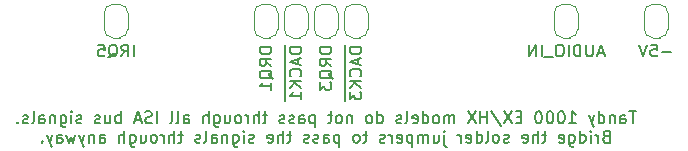
<source format=gbo>
%TF.GenerationSoftware,KiCad,Pcbnew,(5.1.9)-1*%
%TF.CreationDate,2021-05-05T16:30:24+08:00*%
%TF.ProjectId,ISAtoTandyPlus,49534174-6f54-4616-9e64-79506c75732e,rev?*%
%TF.SameCoordinates,Original*%
%TF.FileFunction,Legend,Bot*%
%TF.FilePolarity,Positive*%
%FSLAX46Y46*%
G04 Gerber Fmt 4.6, Leading zero omitted, Abs format (unit mm)*
G04 Created by KiCad (PCBNEW (5.1.9)-1) date 2021-05-05 16:30:24*
%MOMM*%
%LPD*%
G01*
G04 APERTURE LIST*
%ADD10C,0.150000*%
%ADD11C,0.120000*%
G04 APERTURE END LIST*
D10*
X163398095Y-130834380D02*
X162826666Y-130834380D01*
X163112380Y-131834380D02*
X163112380Y-130834380D01*
X162064761Y-131834380D02*
X162064761Y-131310571D01*
X162112380Y-131215333D01*
X162207619Y-131167714D01*
X162398095Y-131167714D01*
X162493333Y-131215333D01*
X162064761Y-131786761D02*
X162160000Y-131834380D01*
X162398095Y-131834380D01*
X162493333Y-131786761D01*
X162540952Y-131691523D01*
X162540952Y-131596285D01*
X162493333Y-131501047D01*
X162398095Y-131453428D01*
X162160000Y-131453428D01*
X162064761Y-131405809D01*
X161588571Y-131167714D02*
X161588571Y-131834380D01*
X161588571Y-131262952D02*
X161540952Y-131215333D01*
X161445714Y-131167714D01*
X161302857Y-131167714D01*
X161207619Y-131215333D01*
X161160000Y-131310571D01*
X161160000Y-131834380D01*
X160255238Y-131834380D02*
X160255238Y-130834380D01*
X160255238Y-131786761D02*
X160350476Y-131834380D01*
X160540952Y-131834380D01*
X160636190Y-131786761D01*
X160683809Y-131739142D01*
X160731428Y-131643904D01*
X160731428Y-131358190D01*
X160683809Y-131262952D01*
X160636190Y-131215333D01*
X160540952Y-131167714D01*
X160350476Y-131167714D01*
X160255238Y-131215333D01*
X159874285Y-131167714D02*
X159636190Y-131834380D01*
X159398095Y-131167714D02*
X159636190Y-131834380D01*
X159731428Y-132072476D01*
X159779047Y-132120095D01*
X159874285Y-132167714D01*
X157731428Y-131834380D02*
X158302857Y-131834380D01*
X158017142Y-131834380D02*
X158017142Y-130834380D01*
X158112380Y-130977238D01*
X158207619Y-131072476D01*
X158302857Y-131120095D01*
X157112380Y-130834380D02*
X157017142Y-130834380D01*
X156921904Y-130882000D01*
X156874285Y-130929619D01*
X156826666Y-131024857D01*
X156779047Y-131215333D01*
X156779047Y-131453428D01*
X156826666Y-131643904D01*
X156874285Y-131739142D01*
X156921904Y-131786761D01*
X157017142Y-131834380D01*
X157112380Y-131834380D01*
X157207619Y-131786761D01*
X157255238Y-131739142D01*
X157302857Y-131643904D01*
X157350476Y-131453428D01*
X157350476Y-131215333D01*
X157302857Y-131024857D01*
X157255238Y-130929619D01*
X157207619Y-130882000D01*
X157112380Y-130834380D01*
X156160000Y-130834380D02*
X156064761Y-130834380D01*
X155969523Y-130882000D01*
X155921904Y-130929619D01*
X155874285Y-131024857D01*
X155826666Y-131215333D01*
X155826666Y-131453428D01*
X155874285Y-131643904D01*
X155921904Y-131739142D01*
X155969523Y-131786761D01*
X156064761Y-131834380D01*
X156160000Y-131834380D01*
X156255238Y-131786761D01*
X156302857Y-131739142D01*
X156350476Y-131643904D01*
X156398095Y-131453428D01*
X156398095Y-131215333D01*
X156350476Y-131024857D01*
X156302857Y-130929619D01*
X156255238Y-130882000D01*
X156160000Y-130834380D01*
X155207619Y-130834380D02*
X155112380Y-130834380D01*
X155017142Y-130882000D01*
X154969523Y-130929619D01*
X154921904Y-131024857D01*
X154874285Y-131215333D01*
X154874285Y-131453428D01*
X154921904Y-131643904D01*
X154969523Y-131739142D01*
X155017142Y-131786761D01*
X155112380Y-131834380D01*
X155207619Y-131834380D01*
X155302857Y-131786761D01*
X155350476Y-131739142D01*
X155398095Y-131643904D01*
X155445714Y-131453428D01*
X155445714Y-131215333D01*
X155398095Y-131024857D01*
X155350476Y-130929619D01*
X155302857Y-130882000D01*
X155207619Y-130834380D01*
X153683809Y-131310571D02*
X153350476Y-131310571D01*
X153207619Y-131834380D02*
X153683809Y-131834380D01*
X153683809Y-130834380D01*
X153207619Y-130834380D01*
X152874285Y-130834380D02*
X152207619Y-131834380D01*
X152207619Y-130834380D02*
X152874285Y-131834380D01*
X151112380Y-130786761D02*
X151969523Y-132072476D01*
X150779047Y-131834380D02*
X150779047Y-130834380D01*
X150779047Y-131310571D02*
X150207619Y-131310571D01*
X150207619Y-131834380D02*
X150207619Y-130834380D01*
X149826666Y-130834380D02*
X149160000Y-131834380D01*
X149160000Y-130834380D02*
X149826666Y-131834380D01*
X148017142Y-131834380D02*
X148017142Y-131167714D01*
X148017142Y-131262952D02*
X147969523Y-131215333D01*
X147874285Y-131167714D01*
X147731428Y-131167714D01*
X147636190Y-131215333D01*
X147588571Y-131310571D01*
X147588571Y-131834380D01*
X147588571Y-131310571D02*
X147540952Y-131215333D01*
X147445714Y-131167714D01*
X147302857Y-131167714D01*
X147207619Y-131215333D01*
X147160000Y-131310571D01*
X147160000Y-131834380D01*
X146540952Y-131834380D02*
X146636190Y-131786761D01*
X146683809Y-131739142D01*
X146731428Y-131643904D01*
X146731428Y-131358190D01*
X146683809Y-131262952D01*
X146636190Y-131215333D01*
X146540952Y-131167714D01*
X146398095Y-131167714D01*
X146302857Y-131215333D01*
X146255238Y-131262952D01*
X146207619Y-131358190D01*
X146207619Y-131643904D01*
X146255238Y-131739142D01*
X146302857Y-131786761D01*
X146398095Y-131834380D01*
X146540952Y-131834380D01*
X145350476Y-131834380D02*
X145350476Y-130834380D01*
X145350476Y-131786761D02*
X145445714Y-131834380D01*
X145636190Y-131834380D01*
X145731428Y-131786761D01*
X145779047Y-131739142D01*
X145826666Y-131643904D01*
X145826666Y-131358190D01*
X145779047Y-131262952D01*
X145731428Y-131215333D01*
X145636190Y-131167714D01*
X145445714Y-131167714D01*
X145350476Y-131215333D01*
X144493333Y-131786761D02*
X144588571Y-131834380D01*
X144779047Y-131834380D01*
X144874285Y-131786761D01*
X144921904Y-131691523D01*
X144921904Y-131310571D01*
X144874285Y-131215333D01*
X144779047Y-131167714D01*
X144588571Y-131167714D01*
X144493333Y-131215333D01*
X144445714Y-131310571D01*
X144445714Y-131405809D01*
X144921904Y-131501047D01*
X143874285Y-131834380D02*
X143969523Y-131786761D01*
X144017142Y-131691523D01*
X144017142Y-130834380D01*
X143540952Y-131786761D02*
X143445714Y-131834380D01*
X143255238Y-131834380D01*
X143160000Y-131786761D01*
X143112380Y-131691523D01*
X143112380Y-131643904D01*
X143160000Y-131548666D01*
X143255238Y-131501047D01*
X143398095Y-131501047D01*
X143493333Y-131453428D01*
X143540952Y-131358190D01*
X143540952Y-131310571D01*
X143493333Y-131215333D01*
X143398095Y-131167714D01*
X143255238Y-131167714D01*
X143160000Y-131215333D01*
X141493333Y-131834380D02*
X141493333Y-130834380D01*
X141493333Y-131786761D02*
X141588571Y-131834380D01*
X141779047Y-131834380D01*
X141874285Y-131786761D01*
X141921904Y-131739142D01*
X141969523Y-131643904D01*
X141969523Y-131358190D01*
X141921904Y-131262952D01*
X141874285Y-131215333D01*
X141779047Y-131167714D01*
X141588571Y-131167714D01*
X141493333Y-131215333D01*
X140874285Y-131834380D02*
X140969523Y-131786761D01*
X141017142Y-131739142D01*
X141064761Y-131643904D01*
X141064761Y-131358190D01*
X141017142Y-131262952D01*
X140969523Y-131215333D01*
X140874285Y-131167714D01*
X140731428Y-131167714D01*
X140636190Y-131215333D01*
X140588571Y-131262952D01*
X140540952Y-131358190D01*
X140540952Y-131643904D01*
X140588571Y-131739142D01*
X140636190Y-131786761D01*
X140731428Y-131834380D01*
X140874285Y-131834380D01*
X139350476Y-131167714D02*
X139350476Y-131834380D01*
X139350476Y-131262952D02*
X139302857Y-131215333D01*
X139207619Y-131167714D01*
X139064761Y-131167714D01*
X138969523Y-131215333D01*
X138921904Y-131310571D01*
X138921904Y-131834380D01*
X138302857Y-131834380D02*
X138398095Y-131786761D01*
X138445714Y-131739142D01*
X138493333Y-131643904D01*
X138493333Y-131358190D01*
X138445714Y-131262952D01*
X138398095Y-131215333D01*
X138302857Y-131167714D01*
X138160000Y-131167714D01*
X138064761Y-131215333D01*
X138017142Y-131262952D01*
X137969523Y-131358190D01*
X137969523Y-131643904D01*
X138017142Y-131739142D01*
X138064761Y-131786761D01*
X138160000Y-131834380D01*
X138302857Y-131834380D01*
X137683809Y-131167714D02*
X137302857Y-131167714D01*
X137540952Y-130834380D02*
X137540952Y-131691523D01*
X137493333Y-131786761D01*
X137398095Y-131834380D01*
X137302857Y-131834380D01*
X136207619Y-131167714D02*
X136207619Y-132167714D01*
X136207619Y-131215333D02*
X136112380Y-131167714D01*
X135921904Y-131167714D01*
X135826666Y-131215333D01*
X135779047Y-131262952D01*
X135731428Y-131358190D01*
X135731428Y-131643904D01*
X135779047Y-131739142D01*
X135826666Y-131786761D01*
X135921904Y-131834380D01*
X136112380Y-131834380D01*
X136207619Y-131786761D01*
X134874285Y-131834380D02*
X134874285Y-131310571D01*
X134921904Y-131215333D01*
X135017142Y-131167714D01*
X135207619Y-131167714D01*
X135302857Y-131215333D01*
X134874285Y-131786761D02*
X134969523Y-131834380D01*
X135207619Y-131834380D01*
X135302857Y-131786761D01*
X135350476Y-131691523D01*
X135350476Y-131596285D01*
X135302857Y-131501047D01*
X135207619Y-131453428D01*
X134969523Y-131453428D01*
X134874285Y-131405809D01*
X134445714Y-131786761D02*
X134350476Y-131834380D01*
X134160000Y-131834380D01*
X134064761Y-131786761D01*
X134017142Y-131691523D01*
X134017142Y-131643904D01*
X134064761Y-131548666D01*
X134160000Y-131501047D01*
X134302857Y-131501047D01*
X134398095Y-131453428D01*
X134445714Y-131358190D01*
X134445714Y-131310571D01*
X134398095Y-131215333D01*
X134302857Y-131167714D01*
X134160000Y-131167714D01*
X134064761Y-131215333D01*
X133636190Y-131786761D02*
X133540952Y-131834380D01*
X133350476Y-131834380D01*
X133255238Y-131786761D01*
X133207619Y-131691523D01*
X133207619Y-131643904D01*
X133255238Y-131548666D01*
X133350476Y-131501047D01*
X133493333Y-131501047D01*
X133588571Y-131453428D01*
X133636190Y-131358190D01*
X133636190Y-131310571D01*
X133588571Y-131215333D01*
X133493333Y-131167714D01*
X133350476Y-131167714D01*
X133255238Y-131215333D01*
X132160000Y-131167714D02*
X131779047Y-131167714D01*
X132017142Y-130834380D02*
X132017142Y-131691523D01*
X131969523Y-131786761D01*
X131874285Y-131834380D01*
X131779047Y-131834380D01*
X131445714Y-131834380D02*
X131445714Y-130834380D01*
X131017142Y-131834380D02*
X131017142Y-131310571D01*
X131064761Y-131215333D01*
X131160000Y-131167714D01*
X131302857Y-131167714D01*
X131398095Y-131215333D01*
X131445714Y-131262952D01*
X130540952Y-131834380D02*
X130540952Y-131167714D01*
X130540952Y-131358190D02*
X130493333Y-131262952D01*
X130445714Y-131215333D01*
X130350476Y-131167714D01*
X130255238Y-131167714D01*
X129779047Y-131834380D02*
X129874285Y-131786761D01*
X129921904Y-131739142D01*
X129969523Y-131643904D01*
X129969523Y-131358190D01*
X129921904Y-131262952D01*
X129874285Y-131215333D01*
X129779047Y-131167714D01*
X129636190Y-131167714D01*
X129540952Y-131215333D01*
X129493333Y-131262952D01*
X129445714Y-131358190D01*
X129445714Y-131643904D01*
X129493333Y-131739142D01*
X129540952Y-131786761D01*
X129636190Y-131834380D01*
X129779047Y-131834380D01*
X128588571Y-131167714D02*
X128588571Y-131834380D01*
X129017142Y-131167714D02*
X129017142Y-131691523D01*
X128969523Y-131786761D01*
X128874285Y-131834380D01*
X128731428Y-131834380D01*
X128636190Y-131786761D01*
X128588571Y-131739142D01*
X127683809Y-131167714D02*
X127683809Y-131977238D01*
X127731428Y-132072476D01*
X127779047Y-132120095D01*
X127874285Y-132167714D01*
X128017142Y-132167714D01*
X128112380Y-132120095D01*
X127683809Y-131786761D02*
X127779047Y-131834380D01*
X127969523Y-131834380D01*
X128064761Y-131786761D01*
X128112380Y-131739142D01*
X128160000Y-131643904D01*
X128160000Y-131358190D01*
X128112380Y-131262952D01*
X128064761Y-131215333D01*
X127969523Y-131167714D01*
X127779047Y-131167714D01*
X127683809Y-131215333D01*
X127207619Y-131834380D02*
X127207619Y-130834380D01*
X126779047Y-131834380D02*
X126779047Y-131310571D01*
X126826666Y-131215333D01*
X126921904Y-131167714D01*
X127064761Y-131167714D01*
X127160000Y-131215333D01*
X127207619Y-131262952D01*
X125112380Y-131834380D02*
X125112380Y-131310571D01*
X125160000Y-131215333D01*
X125255238Y-131167714D01*
X125445714Y-131167714D01*
X125540952Y-131215333D01*
X125112380Y-131786761D02*
X125207619Y-131834380D01*
X125445714Y-131834380D01*
X125540952Y-131786761D01*
X125588571Y-131691523D01*
X125588571Y-131596285D01*
X125540952Y-131501047D01*
X125445714Y-131453428D01*
X125207619Y-131453428D01*
X125112380Y-131405809D01*
X124493333Y-131834380D02*
X124588571Y-131786761D01*
X124636190Y-131691523D01*
X124636190Y-130834380D01*
X123969523Y-131834380D02*
X124064761Y-131786761D01*
X124112380Y-131691523D01*
X124112380Y-130834380D01*
X122826666Y-131834380D02*
X122826666Y-130834380D01*
X122398095Y-131786761D02*
X122255238Y-131834380D01*
X122017142Y-131834380D01*
X121921904Y-131786761D01*
X121874285Y-131739142D01*
X121826666Y-131643904D01*
X121826666Y-131548666D01*
X121874285Y-131453428D01*
X121921904Y-131405809D01*
X122017142Y-131358190D01*
X122207619Y-131310571D01*
X122302857Y-131262952D01*
X122350476Y-131215333D01*
X122398095Y-131120095D01*
X122398095Y-131024857D01*
X122350476Y-130929619D01*
X122302857Y-130882000D01*
X122207619Y-130834380D01*
X121969523Y-130834380D01*
X121826666Y-130882000D01*
X121445714Y-131548666D02*
X120969523Y-131548666D01*
X121540952Y-131834380D02*
X121207619Y-130834380D01*
X120874285Y-131834380D01*
X119779047Y-131834380D02*
X119779047Y-130834380D01*
X119779047Y-131215333D02*
X119683809Y-131167714D01*
X119493333Y-131167714D01*
X119398095Y-131215333D01*
X119350476Y-131262952D01*
X119302857Y-131358190D01*
X119302857Y-131643904D01*
X119350476Y-131739142D01*
X119398095Y-131786761D01*
X119493333Y-131834380D01*
X119683809Y-131834380D01*
X119779047Y-131786761D01*
X118445714Y-131167714D02*
X118445714Y-131834380D01*
X118874285Y-131167714D02*
X118874285Y-131691523D01*
X118826666Y-131786761D01*
X118731428Y-131834380D01*
X118588571Y-131834380D01*
X118493333Y-131786761D01*
X118445714Y-131739142D01*
X118017142Y-131786761D02*
X117921904Y-131834380D01*
X117731428Y-131834380D01*
X117636190Y-131786761D01*
X117588571Y-131691523D01*
X117588571Y-131643904D01*
X117636190Y-131548666D01*
X117731428Y-131501047D01*
X117874285Y-131501047D01*
X117969523Y-131453428D01*
X118017142Y-131358190D01*
X118017142Y-131310571D01*
X117969523Y-131215333D01*
X117874285Y-131167714D01*
X117731428Y-131167714D01*
X117636190Y-131215333D01*
X116445714Y-131786761D02*
X116350476Y-131834380D01*
X116160000Y-131834380D01*
X116064761Y-131786761D01*
X116017142Y-131691523D01*
X116017142Y-131643904D01*
X116064761Y-131548666D01*
X116160000Y-131501047D01*
X116302857Y-131501047D01*
X116398095Y-131453428D01*
X116445714Y-131358190D01*
X116445714Y-131310571D01*
X116398095Y-131215333D01*
X116302857Y-131167714D01*
X116160000Y-131167714D01*
X116064761Y-131215333D01*
X115588571Y-131834380D02*
X115588571Y-131167714D01*
X115588571Y-130834380D02*
X115636190Y-130882000D01*
X115588571Y-130929619D01*
X115540952Y-130882000D01*
X115588571Y-130834380D01*
X115588571Y-130929619D01*
X114683809Y-131167714D02*
X114683809Y-131977238D01*
X114731428Y-132072476D01*
X114779047Y-132120095D01*
X114874285Y-132167714D01*
X115017142Y-132167714D01*
X115112380Y-132120095D01*
X114683809Y-131786761D02*
X114779047Y-131834380D01*
X114969523Y-131834380D01*
X115064761Y-131786761D01*
X115112380Y-131739142D01*
X115160000Y-131643904D01*
X115160000Y-131358190D01*
X115112380Y-131262952D01*
X115064761Y-131215333D01*
X114969523Y-131167714D01*
X114779047Y-131167714D01*
X114683809Y-131215333D01*
X114207619Y-131167714D02*
X114207619Y-131834380D01*
X114207619Y-131262952D02*
X114160000Y-131215333D01*
X114064761Y-131167714D01*
X113921904Y-131167714D01*
X113826666Y-131215333D01*
X113779047Y-131310571D01*
X113779047Y-131834380D01*
X112874285Y-131834380D02*
X112874285Y-131310571D01*
X112921904Y-131215333D01*
X113017142Y-131167714D01*
X113207619Y-131167714D01*
X113302857Y-131215333D01*
X112874285Y-131786761D02*
X112969523Y-131834380D01*
X113207619Y-131834380D01*
X113302857Y-131786761D01*
X113350476Y-131691523D01*
X113350476Y-131596285D01*
X113302857Y-131501047D01*
X113207619Y-131453428D01*
X112969523Y-131453428D01*
X112874285Y-131405809D01*
X112255238Y-131834380D02*
X112350476Y-131786761D01*
X112398095Y-131691523D01*
X112398095Y-130834380D01*
X111921904Y-131786761D02*
X111826666Y-131834380D01*
X111636190Y-131834380D01*
X111540952Y-131786761D01*
X111493333Y-131691523D01*
X111493333Y-131643904D01*
X111540952Y-131548666D01*
X111636190Y-131501047D01*
X111779047Y-131501047D01*
X111874285Y-131453428D01*
X111921904Y-131358190D01*
X111921904Y-131310571D01*
X111874285Y-131215333D01*
X111779047Y-131167714D01*
X111636190Y-131167714D01*
X111540952Y-131215333D01*
X111064761Y-131739142D02*
X111017142Y-131786761D01*
X111064761Y-131834380D01*
X111112380Y-131786761D01*
X111064761Y-131739142D01*
X111064761Y-131834380D01*
X160850476Y-132960571D02*
X160707619Y-133008190D01*
X160660000Y-133055809D01*
X160612380Y-133151047D01*
X160612380Y-133293904D01*
X160660000Y-133389142D01*
X160707619Y-133436761D01*
X160802857Y-133484380D01*
X161183809Y-133484380D01*
X161183809Y-132484380D01*
X160850476Y-132484380D01*
X160755238Y-132532000D01*
X160707619Y-132579619D01*
X160660000Y-132674857D01*
X160660000Y-132770095D01*
X160707619Y-132865333D01*
X160755238Y-132912952D01*
X160850476Y-132960571D01*
X161183809Y-132960571D01*
X160183809Y-133484380D02*
X160183809Y-132817714D01*
X160183809Y-133008190D02*
X160136190Y-132912952D01*
X160088571Y-132865333D01*
X159993333Y-132817714D01*
X159898095Y-132817714D01*
X159564761Y-133484380D02*
X159564761Y-132817714D01*
X159564761Y-132484380D02*
X159612380Y-132532000D01*
X159564761Y-132579619D01*
X159517142Y-132532000D01*
X159564761Y-132484380D01*
X159564761Y-132579619D01*
X158660000Y-133484380D02*
X158660000Y-132484380D01*
X158660000Y-133436761D02*
X158755238Y-133484380D01*
X158945714Y-133484380D01*
X159040952Y-133436761D01*
X159088571Y-133389142D01*
X159136190Y-133293904D01*
X159136190Y-133008190D01*
X159088571Y-132912952D01*
X159040952Y-132865333D01*
X158945714Y-132817714D01*
X158755238Y-132817714D01*
X158660000Y-132865333D01*
X157755238Y-132817714D02*
X157755238Y-133627238D01*
X157802857Y-133722476D01*
X157850476Y-133770095D01*
X157945714Y-133817714D01*
X158088571Y-133817714D01*
X158183809Y-133770095D01*
X157755238Y-133436761D02*
X157850476Y-133484380D01*
X158040952Y-133484380D01*
X158136190Y-133436761D01*
X158183809Y-133389142D01*
X158231428Y-133293904D01*
X158231428Y-133008190D01*
X158183809Y-132912952D01*
X158136190Y-132865333D01*
X158040952Y-132817714D01*
X157850476Y-132817714D01*
X157755238Y-132865333D01*
X156898095Y-133436761D02*
X156993333Y-133484380D01*
X157183809Y-133484380D01*
X157279047Y-133436761D01*
X157326666Y-133341523D01*
X157326666Y-132960571D01*
X157279047Y-132865333D01*
X157183809Y-132817714D01*
X156993333Y-132817714D01*
X156898095Y-132865333D01*
X156850476Y-132960571D01*
X156850476Y-133055809D01*
X157326666Y-133151047D01*
X155802857Y-132817714D02*
X155421904Y-132817714D01*
X155660000Y-132484380D02*
X155660000Y-133341523D01*
X155612380Y-133436761D01*
X155517142Y-133484380D01*
X155421904Y-133484380D01*
X155088571Y-133484380D02*
X155088571Y-132484380D01*
X154660000Y-133484380D02*
X154660000Y-132960571D01*
X154707619Y-132865333D01*
X154802857Y-132817714D01*
X154945714Y-132817714D01*
X155040952Y-132865333D01*
X155088571Y-132912952D01*
X153802857Y-133436761D02*
X153898095Y-133484380D01*
X154088571Y-133484380D01*
X154183809Y-133436761D01*
X154231428Y-133341523D01*
X154231428Y-132960571D01*
X154183809Y-132865333D01*
X154088571Y-132817714D01*
X153898095Y-132817714D01*
X153802857Y-132865333D01*
X153755238Y-132960571D01*
X153755238Y-133055809D01*
X154231428Y-133151047D01*
X152612380Y-133436761D02*
X152517142Y-133484380D01*
X152326666Y-133484380D01*
X152231428Y-133436761D01*
X152183809Y-133341523D01*
X152183809Y-133293904D01*
X152231428Y-133198666D01*
X152326666Y-133151047D01*
X152469523Y-133151047D01*
X152564761Y-133103428D01*
X152612380Y-133008190D01*
X152612380Y-132960571D01*
X152564761Y-132865333D01*
X152469523Y-132817714D01*
X152326666Y-132817714D01*
X152231428Y-132865333D01*
X151612380Y-133484380D02*
X151707619Y-133436761D01*
X151755238Y-133389142D01*
X151802857Y-133293904D01*
X151802857Y-133008190D01*
X151755238Y-132912952D01*
X151707619Y-132865333D01*
X151612380Y-132817714D01*
X151469523Y-132817714D01*
X151374285Y-132865333D01*
X151326666Y-132912952D01*
X151279047Y-133008190D01*
X151279047Y-133293904D01*
X151326666Y-133389142D01*
X151374285Y-133436761D01*
X151469523Y-133484380D01*
X151612380Y-133484380D01*
X150707619Y-133484380D02*
X150802857Y-133436761D01*
X150850476Y-133341523D01*
X150850476Y-132484380D01*
X149898095Y-133484380D02*
X149898095Y-132484380D01*
X149898095Y-133436761D02*
X149993333Y-133484380D01*
X150183809Y-133484380D01*
X150279047Y-133436761D01*
X150326666Y-133389142D01*
X150374285Y-133293904D01*
X150374285Y-133008190D01*
X150326666Y-132912952D01*
X150279047Y-132865333D01*
X150183809Y-132817714D01*
X149993333Y-132817714D01*
X149898095Y-132865333D01*
X149040952Y-133436761D02*
X149136190Y-133484380D01*
X149326666Y-133484380D01*
X149421904Y-133436761D01*
X149469523Y-133341523D01*
X149469523Y-132960571D01*
X149421904Y-132865333D01*
X149326666Y-132817714D01*
X149136190Y-132817714D01*
X149040952Y-132865333D01*
X148993333Y-132960571D01*
X148993333Y-133055809D01*
X149469523Y-133151047D01*
X148564761Y-133484380D02*
X148564761Y-132817714D01*
X148564761Y-133008190D02*
X148517142Y-132912952D01*
X148469523Y-132865333D01*
X148374285Y-132817714D01*
X148279047Y-132817714D01*
X147183809Y-132817714D02*
X147183809Y-133674857D01*
X147231428Y-133770095D01*
X147326666Y-133817714D01*
X147374285Y-133817714D01*
X147183809Y-132484380D02*
X147231428Y-132532000D01*
X147183809Y-132579619D01*
X147136190Y-132532000D01*
X147183809Y-132484380D01*
X147183809Y-132579619D01*
X146279047Y-132817714D02*
X146279047Y-133484380D01*
X146707619Y-132817714D02*
X146707619Y-133341523D01*
X146660000Y-133436761D01*
X146564761Y-133484380D01*
X146421904Y-133484380D01*
X146326666Y-133436761D01*
X146279047Y-133389142D01*
X145802857Y-133484380D02*
X145802857Y-132817714D01*
X145802857Y-132912952D02*
X145755238Y-132865333D01*
X145660000Y-132817714D01*
X145517142Y-132817714D01*
X145421904Y-132865333D01*
X145374285Y-132960571D01*
X145374285Y-133484380D01*
X145374285Y-132960571D02*
X145326666Y-132865333D01*
X145231428Y-132817714D01*
X145088571Y-132817714D01*
X144993333Y-132865333D01*
X144945714Y-132960571D01*
X144945714Y-133484380D01*
X144469523Y-132817714D02*
X144469523Y-133817714D01*
X144469523Y-132865333D02*
X144374285Y-132817714D01*
X144183809Y-132817714D01*
X144088571Y-132865333D01*
X144040952Y-132912952D01*
X143993333Y-133008190D01*
X143993333Y-133293904D01*
X144040952Y-133389142D01*
X144088571Y-133436761D01*
X144183809Y-133484380D01*
X144374285Y-133484380D01*
X144469523Y-133436761D01*
X143183809Y-133436761D02*
X143279047Y-133484380D01*
X143469523Y-133484380D01*
X143564761Y-133436761D01*
X143612380Y-133341523D01*
X143612380Y-132960571D01*
X143564761Y-132865333D01*
X143469523Y-132817714D01*
X143279047Y-132817714D01*
X143183809Y-132865333D01*
X143136190Y-132960571D01*
X143136190Y-133055809D01*
X143612380Y-133151047D01*
X142707619Y-133484380D02*
X142707619Y-132817714D01*
X142707619Y-133008190D02*
X142660000Y-132912952D01*
X142612380Y-132865333D01*
X142517142Y-132817714D01*
X142421904Y-132817714D01*
X142136190Y-133436761D02*
X142040952Y-133484380D01*
X141850476Y-133484380D01*
X141755238Y-133436761D01*
X141707619Y-133341523D01*
X141707619Y-133293904D01*
X141755238Y-133198666D01*
X141850476Y-133151047D01*
X141993333Y-133151047D01*
X142088571Y-133103428D01*
X142136190Y-133008190D01*
X142136190Y-132960571D01*
X142088571Y-132865333D01*
X141993333Y-132817714D01*
X141850476Y-132817714D01*
X141755238Y-132865333D01*
X140660000Y-132817714D02*
X140279047Y-132817714D01*
X140517142Y-132484380D02*
X140517142Y-133341523D01*
X140469523Y-133436761D01*
X140374285Y-133484380D01*
X140279047Y-133484380D01*
X139802857Y-133484380D02*
X139898095Y-133436761D01*
X139945714Y-133389142D01*
X139993333Y-133293904D01*
X139993333Y-133008190D01*
X139945714Y-132912952D01*
X139898095Y-132865333D01*
X139802857Y-132817714D01*
X139660000Y-132817714D01*
X139564761Y-132865333D01*
X139517142Y-132912952D01*
X139469523Y-133008190D01*
X139469523Y-133293904D01*
X139517142Y-133389142D01*
X139564761Y-133436761D01*
X139660000Y-133484380D01*
X139802857Y-133484380D01*
X138279047Y-132817714D02*
X138279047Y-133817714D01*
X138279047Y-132865333D02*
X138183809Y-132817714D01*
X137993333Y-132817714D01*
X137898095Y-132865333D01*
X137850476Y-132912952D01*
X137802857Y-133008190D01*
X137802857Y-133293904D01*
X137850476Y-133389142D01*
X137898095Y-133436761D01*
X137993333Y-133484380D01*
X138183809Y-133484380D01*
X138279047Y-133436761D01*
X136945714Y-133484380D02*
X136945714Y-132960571D01*
X136993333Y-132865333D01*
X137088571Y-132817714D01*
X137279047Y-132817714D01*
X137374285Y-132865333D01*
X136945714Y-133436761D02*
X137040952Y-133484380D01*
X137279047Y-133484380D01*
X137374285Y-133436761D01*
X137421904Y-133341523D01*
X137421904Y-133246285D01*
X137374285Y-133151047D01*
X137279047Y-133103428D01*
X137040952Y-133103428D01*
X136945714Y-133055809D01*
X136517142Y-133436761D02*
X136421904Y-133484380D01*
X136231428Y-133484380D01*
X136136190Y-133436761D01*
X136088571Y-133341523D01*
X136088571Y-133293904D01*
X136136190Y-133198666D01*
X136231428Y-133151047D01*
X136374285Y-133151047D01*
X136469523Y-133103428D01*
X136517142Y-133008190D01*
X136517142Y-132960571D01*
X136469523Y-132865333D01*
X136374285Y-132817714D01*
X136231428Y-132817714D01*
X136136190Y-132865333D01*
X135707619Y-133436761D02*
X135612380Y-133484380D01*
X135421904Y-133484380D01*
X135326666Y-133436761D01*
X135279047Y-133341523D01*
X135279047Y-133293904D01*
X135326666Y-133198666D01*
X135421904Y-133151047D01*
X135564761Y-133151047D01*
X135660000Y-133103428D01*
X135707619Y-133008190D01*
X135707619Y-132960571D01*
X135660000Y-132865333D01*
X135564761Y-132817714D01*
X135421904Y-132817714D01*
X135326666Y-132865333D01*
X134231428Y-132817714D02*
X133850476Y-132817714D01*
X134088571Y-132484380D02*
X134088571Y-133341523D01*
X134040952Y-133436761D01*
X133945714Y-133484380D01*
X133850476Y-133484380D01*
X133517142Y-133484380D02*
X133517142Y-132484380D01*
X133088571Y-133484380D02*
X133088571Y-132960571D01*
X133136190Y-132865333D01*
X133231428Y-132817714D01*
X133374285Y-132817714D01*
X133469523Y-132865333D01*
X133517142Y-132912952D01*
X132231428Y-133436761D02*
X132326666Y-133484380D01*
X132517142Y-133484380D01*
X132612380Y-133436761D01*
X132660000Y-133341523D01*
X132660000Y-132960571D01*
X132612380Y-132865333D01*
X132517142Y-132817714D01*
X132326666Y-132817714D01*
X132231428Y-132865333D01*
X132183809Y-132960571D01*
X132183809Y-133055809D01*
X132660000Y-133151047D01*
X131040952Y-133436761D02*
X130945714Y-133484380D01*
X130755238Y-133484380D01*
X130660000Y-133436761D01*
X130612380Y-133341523D01*
X130612380Y-133293904D01*
X130660000Y-133198666D01*
X130755238Y-133151047D01*
X130898095Y-133151047D01*
X130993333Y-133103428D01*
X131040952Y-133008190D01*
X131040952Y-132960571D01*
X130993333Y-132865333D01*
X130898095Y-132817714D01*
X130755238Y-132817714D01*
X130660000Y-132865333D01*
X130183809Y-133484380D02*
X130183809Y-132817714D01*
X130183809Y-132484380D02*
X130231428Y-132532000D01*
X130183809Y-132579619D01*
X130136190Y-132532000D01*
X130183809Y-132484380D01*
X130183809Y-132579619D01*
X129279047Y-132817714D02*
X129279047Y-133627238D01*
X129326666Y-133722476D01*
X129374285Y-133770095D01*
X129469523Y-133817714D01*
X129612380Y-133817714D01*
X129707619Y-133770095D01*
X129279047Y-133436761D02*
X129374285Y-133484380D01*
X129564761Y-133484380D01*
X129660000Y-133436761D01*
X129707619Y-133389142D01*
X129755238Y-133293904D01*
X129755238Y-133008190D01*
X129707619Y-132912952D01*
X129660000Y-132865333D01*
X129564761Y-132817714D01*
X129374285Y-132817714D01*
X129279047Y-132865333D01*
X128802857Y-132817714D02*
X128802857Y-133484380D01*
X128802857Y-132912952D02*
X128755238Y-132865333D01*
X128660000Y-132817714D01*
X128517142Y-132817714D01*
X128421904Y-132865333D01*
X128374285Y-132960571D01*
X128374285Y-133484380D01*
X127469523Y-133484380D02*
X127469523Y-132960571D01*
X127517142Y-132865333D01*
X127612380Y-132817714D01*
X127802857Y-132817714D01*
X127898095Y-132865333D01*
X127469523Y-133436761D02*
X127564761Y-133484380D01*
X127802857Y-133484380D01*
X127898095Y-133436761D01*
X127945714Y-133341523D01*
X127945714Y-133246285D01*
X127898095Y-133151047D01*
X127802857Y-133103428D01*
X127564761Y-133103428D01*
X127469523Y-133055809D01*
X126850476Y-133484380D02*
X126945714Y-133436761D01*
X126993333Y-133341523D01*
X126993333Y-132484380D01*
X126517142Y-133436761D02*
X126421904Y-133484380D01*
X126231428Y-133484380D01*
X126136190Y-133436761D01*
X126088571Y-133341523D01*
X126088571Y-133293904D01*
X126136190Y-133198666D01*
X126231428Y-133151047D01*
X126374285Y-133151047D01*
X126469523Y-133103428D01*
X126517142Y-133008190D01*
X126517142Y-132960571D01*
X126469523Y-132865333D01*
X126374285Y-132817714D01*
X126231428Y-132817714D01*
X126136190Y-132865333D01*
X125040952Y-132817714D02*
X124660000Y-132817714D01*
X124898095Y-132484380D02*
X124898095Y-133341523D01*
X124850476Y-133436761D01*
X124755238Y-133484380D01*
X124660000Y-133484380D01*
X124326666Y-133484380D02*
X124326666Y-132484380D01*
X123898095Y-133484380D02*
X123898095Y-132960571D01*
X123945714Y-132865333D01*
X124040952Y-132817714D01*
X124183809Y-132817714D01*
X124279047Y-132865333D01*
X124326666Y-132912952D01*
X123421904Y-133484380D02*
X123421904Y-132817714D01*
X123421904Y-133008190D02*
X123374285Y-132912952D01*
X123326666Y-132865333D01*
X123231428Y-132817714D01*
X123136190Y-132817714D01*
X122660000Y-133484380D02*
X122755238Y-133436761D01*
X122802857Y-133389142D01*
X122850476Y-133293904D01*
X122850476Y-133008190D01*
X122802857Y-132912952D01*
X122755238Y-132865333D01*
X122660000Y-132817714D01*
X122517142Y-132817714D01*
X122421904Y-132865333D01*
X122374285Y-132912952D01*
X122326666Y-133008190D01*
X122326666Y-133293904D01*
X122374285Y-133389142D01*
X122421904Y-133436761D01*
X122517142Y-133484380D01*
X122660000Y-133484380D01*
X121469523Y-132817714D02*
X121469523Y-133484380D01*
X121898095Y-132817714D02*
X121898095Y-133341523D01*
X121850476Y-133436761D01*
X121755238Y-133484380D01*
X121612380Y-133484380D01*
X121517142Y-133436761D01*
X121469523Y-133389142D01*
X120564761Y-132817714D02*
X120564761Y-133627238D01*
X120612380Y-133722476D01*
X120660000Y-133770095D01*
X120755238Y-133817714D01*
X120898095Y-133817714D01*
X120993333Y-133770095D01*
X120564761Y-133436761D02*
X120660000Y-133484380D01*
X120850476Y-133484380D01*
X120945714Y-133436761D01*
X120993333Y-133389142D01*
X121040952Y-133293904D01*
X121040952Y-133008190D01*
X120993333Y-132912952D01*
X120945714Y-132865333D01*
X120850476Y-132817714D01*
X120660000Y-132817714D01*
X120564761Y-132865333D01*
X120088571Y-133484380D02*
X120088571Y-132484380D01*
X119660000Y-133484380D02*
X119660000Y-132960571D01*
X119707619Y-132865333D01*
X119802857Y-132817714D01*
X119945714Y-132817714D01*
X120040952Y-132865333D01*
X120088571Y-132912952D01*
X117993333Y-133484380D02*
X117993333Y-132960571D01*
X118040952Y-132865333D01*
X118136190Y-132817714D01*
X118326666Y-132817714D01*
X118421904Y-132865333D01*
X117993333Y-133436761D02*
X118088571Y-133484380D01*
X118326666Y-133484380D01*
X118421904Y-133436761D01*
X118469523Y-133341523D01*
X118469523Y-133246285D01*
X118421904Y-133151047D01*
X118326666Y-133103428D01*
X118088571Y-133103428D01*
X117993333Y-133055809D01*
X117517142Y-132817714D02*
X117517142Y-133484380D01*
X117517142Y-132912952D02*
X117469523Y-132865333D01*
X117374285Y-132817714D01*
X117231428Y-132817714D01*
X117136190Y-132865333D01*
X117088571Y-132960571D01*
X117088571Y-133484380D01*
X116707619Y-132817714D02*
X116469523Y-133484380D01*
X116231428Y-132817714D02*
X116469523Y-133484380D01*
X116564761Y-133722476D01*
X116612380Y-133770095D01*
X116707619Y-133817714D01*
X115945714Y-132817714D02*
X115755238Y-133484380D01*
X115564761Y-133008190D01*
X115374285Y-133484380D01*
X115183809Y-132817714D01*
X114374285Y-133484380D02*
X114374285Y-132960571D01*
X114421904Y-132865333D01*
X114517142Y-132817714D01*
X114707619Y-132817714D01*
X114802857Y-132865333D01*
X114374285Y-133436761D02*
X114469523Y-133484380D01*
X114707619Y-133484380D01*
X114802857Y-133436761D01*
X114850476Y-133341523D01*
X114850476Y-133246285D01*
X114802857Y-133151047D01*
X114707619Y-133103428D01*
X114469523Y-133103428D01*
X114374285Y-133055809D01*
X113993333Y-132817714D02*
X113755238Y-133484380D01*
X113517142Y-132817714D02*
X113755238Y-133484380D01*
X113850476Y-133722476D01*
X113898095Y-133770095D01*
X113993333Y-133817714D01*
X113136190Y-133389142D02*
X113088571Y-133436761D01*
X113136190Y-133484380D01*
X113183809Y-133436761D01*
X113136190Y-133389142D01*
X113136190Y-133484380D01*
D11*
%TO.C,JP1*%
X166100000Y-123890000D02*
X166100000Y-122490000D01*
X165400000Y-121790000D02*
X164800000Y-121790000D01*
X164100000Y-122490000D02*
X164100000Y-123890000D01*
X164800000Y-124590000D02*
X165400000Y-124590000D01*
X165400000Y-124590000D02*
G75*
G03*
X166100000Y-123890000I0J700000D01*
G01*
X164100000Y-123890000D02*
G75*
G03*
X164800000Y-124590000I700000J0D01*
G01*
X164800000Y-121790000D02*
G75*
G03*
X164100000Y-122490000I0J-700000D01*
G01*
X166100000Y-122490000D02*
G75*
G03*
X165400000Y-121790000I-700000J0D01*
G01*
%TO.C,JP2*%
X158480000Y-123890000D02*
X158480000Y-122490000D01*
X157780000Y-121790000D02*
X157180000Y-121790000D01*
X156480000Y-122490000D02*
X156480000Y-123890000D01*
X157180000Y-124590000D02*
X157780000Y-124590000D01*
X157780000Y-124590000D02*
G75*
G03*
X158480000Y-123890000I0J700000D01*
G01*
X156480000Y-123890000D02*
G75*
G03*
X157180000Y-124590000I700000J0D01*
G01*
X157180000Y-121790000D02*
G75*
G03*
X156480000Y-122490000I0J-700000D01*
G01*
X158480000Y-122490000D02*
G75*
G03*
X157780000Y-121790000I-700000J0D01*
G01*
%TO.C,JP3*%
X140700000Y-123890000D02*
X140700000Y-122490000D01*
X140000000Y-121790000D02*
X139400000Y-121790000D01*
X138700000Y-122490000D02*
X138700000Y-123890000D01*
X139400000Y-124590000D02*
X140000000Y-124590000D01*
X140000000Y-124590000D02*
G75*
G03*
X140700000Y-123890000I0J700000D01*
G01*
X138700000Y-123890000D02*
G75*
G03*
X139400000Y-124590000I700000J0D01*
G01*
X139400000Y-121790000D02*
G75*
G03*
X138700000Y-122490000I0J-700000D01*
G01*
X140700000Y-122490000D02*
G75*
G03*
X140000000Y-121790000I-700000J0D01*
G01*
%TO.C,JP5*%
X135620000Y-123890000D02*
X135620000Y-122490000D01*
X134920000Y-121790000D02*
X134320000Y-121790000D01*
X133620000Y-122490000D02*
X133620000Y-123890000D01*
X134320000Y-124590000D02*
X134920000Y-124590000D01*
X134920000Y-124590000D02*
G75*
G03*
X135620000Y-123890000I0J700000D01*
G01*
X133620000Y-123890000D02*
G75*
G03*
X134320000Y-124590000I700000J0D01*
G01*
X134320000Y-121790000D02*
G75*
G03*
X133620000Y-122490000I0J-700000D01*
G01*
X135620000Y-122490000D02*
G75*
G03*
X134920000Y-121790000I-700000J0D01*
G01*
%TO.C,JP4*%
X138160000Y-123890000D02*
X138160000Y-122490000D01*
X137460000Y-121790000D02*
X136860000Y-121790000D01*
X136160000Y-122490000D02*
X136160000Y-123890000D01*
X136860000Y-124590000D02*
X137460000Y-124590000D01*
X137460000Y-124590000D02*
G75*
G03*
X138160000Y-123890000I0J700000D01*
G01*
X136160000Y-123890000D02*
G75*
G03*
X136860000Y-124590000I700000J0D01*
G01*
X136860000Y-121790000D02*
G75*
G03*
X136160000Y-122490000I0J-700000D01*
G01*
X138160000Y-122490000D02*
G75*
G03*
X137460000Y-121790000I-700000J0D01*
G01*
%TO.C,JP6*%
X133080000Y-123890000D02*
X133080000Y-122490000D01*
X132380000Y-121790000D02*
X131780000Y-121790000D01*
X131080000Y-122490000D02*
X131080000Y-123890000D01*
X131780000Y-124590000D02*
X132380000Y-124590000D01*
X132380000Y-124590000D02*
G75*
G03*
X133080000Y-123890000I0J700000D01*
G01*
X131080000Y-123890000D02*
G75*
G03*
X131780000Y-124590000I700000J0D01*
G01*
X131780000Y-121790000D02*
G75*
G03*
X131080000Y-122490000I0J-700000D01*
G01*
X133080000Y-122490000D02*
G75*
G03*
X132380000Y-121790000I-700000J0D01*
G01*
%TO.C,JP7*%
X119080000Y-124590000D02*
X119680000Y-124590000D01*
X118380000Y-122490000D02*
X118380000Y-123890000D01*
X119680000Y-121790000D02*
X119080000Y-121790000D01*
X120380000Y-123890000D02*
X120380000Y-122490000D01*
X120380000Y-122490000D02*
G75*
G03*
X119680000Y-121790000I-700000J0D01*
G01*
X119080000Y-121790000D02*
G75*
G03*
X118380000Y-122490000I0J-700000D01*
G01*
X118380000Y-123890000D02*
G75*
G03*
X119080000Y-124590000I700000J0D01*
G01*
X119680000Y-124590000D02*
G75*
G03*
X120380000Y-123890000I0J700000D01*
G01*
%TO.C,JP1*%
D10*
X166385714Y-125801428D02*
X165623809Y-125801428D01*
X164671428Y-125182380D02*
X165147619Y-125182380D01*
X165195238Y-125658571D01*
X165147619Y-125610952D01*
X165052380Y-125563333D01*
X164814285Y-125563333D01*
X164719047Y-125610952D01*
X164671428Y-125658571D01*
X164623809Y-125753809D01*
X164623809Y-125991904D01*
X164671428Y-126087142D01*
X164719047Y-126134761D01*
X164814285Y-126182380D01*
X165052380Y-126182380D01*
X165147619Y-126134761D01*
X165195238Y-126087142D01*
X164338095Y-125182380D02*
X164004761Y-126182380D01*
X163671428Y-125182380D01*
%TO.C,JP2*%
X160646666Y-125896666D02*
X160170476Y-125896666D01*
X160741904Y-126182380D02*
X160408571Y-125182380D01*
X160075238Y-126182380D01*
X159741904Y-125182380D02*
X159741904Y-125991904D01*
X159694285Y-126087142D01*
X159646666Y-126134761D01*
X159551428Y-126182380D01*
X159360952Y-126182380D01*
X159265714Y-126134761D01*
X159218095Y-126087142D01*
X159170476Y-125991904D01*
X159170476Y-125182380D01*
X158694285Y-126182380D02*
X158694285Y-125182380D01*
X158456190Y-125182380D01*
X158313333Y-125230000D01*
X158218095Y-125325238D01*
X158170476Y-125420476D01*
X158122857Y-125610952D01*
X158122857Y-125753809D01*
X158170476Y-125944285D01*
X158218095Y-126039523D01*
X158313333Y-126134761D01*
X158456190Y-126182380D01*
X158694285Y-126182380D01*
X157694285Y-126182380D02*
X157694285Y-125182380D01*
X157027619Y-125182380D02*
X156837142Y-125182380D01*
X156741904Y-125230000D01*
X156646666Y-125325238D01*
X156599047Y-125515714D01*
X156599047Y-125849047D01*
X156646666Y-126039523D01*
X156741904Y-126134761D01*
X156837142Y-126182380D01*
X157027619Y-126182380D01*
X157122857Y-126134761D01*
X157218095Y-126039523D01*
X157265714Y-125849047D01*
X157265714Y-125515714D01*
X157218095Y-125325238D01*
X157122857Y-125230000D01*
X157027619Y-125182380D01*
X156408571Y-126277619D02*
X155646666Y-126277619D01*
X155408571Y-126182380D02*
X155408571Y-125182380D01*
X154932380Y-126182380D02*
X154932380Y-125182380D01*
X154360952Y-126182380D01*
X154360952Y-125182380D01*
%TO.C,JP3*%
X138785000Y-125192500D02*
X138785000Y-126192500D01*
X140152380Y-125430595D02*
X139152380Y-125430595D01*
X139152380Y-125668690D01*
X139200000Y-125811547D01*
X139295238Y-125906785D01*
X139390476Y-125954404D01*
X139580952Y-126002023D01*
X139723809Y-126002023D01*
X139914285Y-125954404D01*
X140009523Y-125906785D01*
X140104761Y-125811547D01*
X140152380Y-125668690D01*
X140152380Y-125430595D01*
X138785000Y-126192500D02*
X138785000Y-127049642D01*
X139866666Y-126382976D02*
X139866666Y-126859166D01*
X140152380Y-126287738D02*
X139152380Y-126621071D01*
X140152380Y-126954404D01*
X138785000Y-127049642D02*
X138785000Y-128049642D01*
X140057142Y-127859166D02*
X140104761Y-127811547D01*
X140152380Y-127668690D01*
X140152380Y-127573452D01*
X140104761Y-127430595D01*
X140009523Y-127335357D01*
X139914285Y-127287738D01*
X139723809Y-127240119D01*
X139580952Y-127240119D01*
X139390476Y-127287738D01*
X139295238Y-127335357D01*
X139200000Y-127430595D01*
X139152380Y-127573452D01*
X139152380Y-127668690D01*
X139200000Y-127811547D01*
X139247619Y-127859166D01*
X138785000Y-128049642D02*
X138785000Y-129049642D01*
X140152380Y-128287738D02*
X139152380Y-128287738D01*
X140152380Y-128859166D02*
X139580952Y-128430595D01*
X139152380Y-128859166D02*
X139723809Y-128287738D01*
X138785000Y-129049642D02*
X138785000Y-130002023D01*
X139152380Y-129192500D02*
X139152380Y-129811547D01*
X139533333Y-129478214D01*
X139533333Y-129621071D01*
X139580952Y-129716309D01*
X139628571Y-129763928D01*
X139723809Y-129811547D01*
X139961904Y-129811547D01*
X140057142Y-129763928D01*
X140104761Y-129716309D01*
X140152380Y-129621071D01*
X140152380Y-129335357D01*
X140104761Y-129240119D01*
X140057142Y-129192500D01*
%TO.C,JP5*%
X133705000Y-125192500D02*
X133705000Y-126192500D01*
X135072380Y-125430595D02*
X134072380Y-125430595D01*
X134072380Y-125668690D01*
X134120000Y-125811547D01*
X134215238Y-125906785D01*
X134310476Y-125954404D01*
X134500952Y-126002023D01*
X134643809Y-126002023D01*
X134834285Y-125954404D01*
X134929523Y-125906785D01*
X135024761Y-125811547D01*
X135072380Y-125668690D01*
X135072380Y-125430595D01*
X133705000Y-126192500D02*
X133705000Y-127049642D01*
X134786666Y-126382976D02*
X134786666Y-126859166D01*
X135072380Y-126287738D02*
X134072380Y-126621071D01*
X135072380Y-126954404D01*
X133705000Y-127049642D02*
X133705000Y-128049642D01*
X134977142Y-127859166D02*
X135024761Y-127811547D01*
X135072380Y-127668690D01*
X135072380Y-127573452D01*
X135024761Y-127430595D01*
X134929523Y-127335357D01*
X134834285Y-127287738D01*
X134643809Y-127240119D01*
X134500952Y-127240119D01*
X134310476Y-127287738D01*
X134215238Y-127335357D01*
X134120000Y-127430595D01*
X134072380Y-127573452D01*
X134072380Y-127668690D01*
X134120000Y-127811547D01*
X134167619Y-127859166D01*
X133705000Y-128049642D02*
X133705000Y-129049642D01*
X135072380Y-128287738D02*
X134072380Y-128287738D01*
X135072380Y-128859166D02*
X134500952Y-128430595D01*
X134072380Y-128859166D02*
X134643809Y-128287738D01*
X133705000Y-129049642D02*
X133705000Y-130002023D01*
X135072380Y-129811547D02*
X135072380Y-129240119D01*
X135072380Y-129525833D02*
X134072380Y-129525833D01*
X134215238Y-129430595D01*
X134310476Y-129335357D01*
X134358095Y-129240119D01*
%TO.C,JP4*%
X137612380Y-125430595D02*
X136612380Y-125430595D01*
X136612380Y-125668690D01*
X136660000Y-125811547D01*
X136755238Y-125906785D01*
X136850476Y-125954404D01*
X137040952Y-126002023D01*
X137183809Y-126002023D01*
X137374285Y-125954404D01*
X137469523Y-125906785D01*
X137564761Y-125811547D01*
X137612380Y-125668690D01*
X137612380Y-125430595D01*
X137612380Y-127002023D02*
X137136190Y-126668690D01*
X137612380Y-126430595D02*
X136612380Y-126430595D01*
X136612380Y-126811547D01*
X136660000Y-126906785D01*
X136707619Y-126954404D01*
X136802857Y-127002023D01*
X136945714Y-127002023D01*
X137040952Y-126954404D01*
X137088571Y-126906785D01*
X137136190Y-126811547D01*
X137136190Y-126430595D01*
X137707619Y-128097261D02*
X137660000Y-128002023D01*
X137564761Y-127906785D01*
X137421904Y-127763928D01*
X137374285Y-127668690D01*
X137374285Y-127573452D01*
X137612380Y-127621071D02*
X137564761Y-127525833D01*
X137469523Y-127430595D01*
X137279047Y-127382976D01*
X136945714Y-127382976D01*
X136755238Y-127430595D01*
X136660000Y-127525833D01*
X136612380Y-127621071D01*
X136612380Y-127811547D01*
X136660000Y-127906785D01*
X136755238Y-128002023D01*
X136945714Y-128049642D01*
X137279047Y-128049642D01*
X137469523Y-128002023D01*
X137564761Y-127906785D01*
X137612380Y-127811547D01*
X137612380Y-127621071D01*
X136612380Y-128382976D02*
X136612380Y-129002023D01*
X136993333Y-128668690D01*
X136993333Y-128811547D01*
X137040952Y-128906785D01*
X137088571Y-128954404D01*
X137183809Y-129002023D01*
X137421904Y-129002023D01*
X137517142Y-128954404D01*
X137564761Y-128906785D01*
X137612380Y-128811547D01*
X137612380Y-128525833D01*
X137564761Y-128430595D01*
X137517142Y-128382976D01*
%TO.C,JP6*%
X132532380Y-125430595D02*
X131532380Y-125430595D01*
X131532380Y-125668690D01*
X131580000Y-125811547D01*
X131675238Y-125906785D01*
X131770476Y-125954404D01*
X131960952Y-126002023D01*
X132103809Y-126002023D01*
X132294285Y-125954404D01*
X132389523Y-125906785D01*
X132484761Y-125811547D01*
X132532380Y-125668690D01*
X132532380Y-125430595D01*
X132532380Y-127002023D02*
X132056190Y-126668690D01*
X132532380Y-126430595D02*
X131532380Y-126430595D01*
X131532380Y-126811547D01*
X131580000Y-126906785D01*
X131627619Y-126954404D01*
X131722857Y-127002023D01*
X131865714Y-127002023D01*
X131960952Y-126954404D01*
X132008571Y-126906785D01*
X132056190Y-126811547D01*
X132056190Y-126430595D01*
X132627619Y-128097261D02*
X132580000Y-128002023D01*
X132484761Y-127906785D01*
X132341904Y-127763928D01*
X132294285Y-127668690D01*
X132294285Y-127573452D01*
X132532380Y-127621071D02*
X132484761Y-127525833D01*
X132389523Y-127430595D01*
X132199047Y-127382976D01*
X131865714Y-127382976D01*
X131675238Y-127430595D01*
X131580000Y-127525833D01*
X131532380Y-127621071D01*
X131532380Y-127811547D01*
X131580000Y-127906785D01*
X131675238Y-128002023D01*
X131865714Y-128049642D01*
X132199047Y-128049642D01*
X132389523Y-128002023D01*
X132484761Y-127906785D01*
X132532380Y-127811547D01*
X132532380Y-127621071D01*
X132532380Y-129002023D02*
X132532380Y-128430595D01*
X132532380Y-128716309D02*
X131532380Y-128716309D01*
X131675238Y-128621071D01*
X131770476Y-128525833D01*
X131818095Y-128430595D01*
%TO.C,JP7*%
X120880000Y-126182380D02*
X120880000Y-125182380D01*
X119832380Y-126182380D02*
X120165714Y-125706190D01*
X120403809Y-126182380D02*
X120403809Y-125182380D01*
X120022857Y-125182380D01*
X119927619Y-125230000D01*
X119880000Y-125277619D01*
X119832380Y-125372857D01*
X119832380Y-125515714D01*
X119880000Y-125610952D01*
X119927619Y-125658571D01*
X120022857Y-125706190D01*
X120403809Y-125706190D01*
X118737142Y-126277619D02*
X118832380Y-126230000D01*
X118927619Y-126134761D01*
X119070476Y-125991904D01*
X119165714Y-125944285D01*
X119260952Y-125944285D01*
X119213333Y-126182380D02*
X119308571Y-126134761D01*
X119403809Y-126039523D01*
X119451428Y-125849047D01*
X119451428Y-125515714D01*
X119403809Y-125325238D01*
X119308571Y-125230000D01*
X119213333Y-125182380D01*
X119022857Y-125182380D01*
X118927619Y-125230000D01*
X118832380Y-125325238D01*
X118784761Y-125515714D01*
X118784761Y-125849047D01*
X118832380Y-126039523D01*
X118927619Y-126134761D01*
X119022857Y-126182380D01*
X119213333Y-126182380D01*
X117880000Y-125182380D02*
X118356190Y-125182380D01*
X118403809Y-125658571D01*
X118356190Y-125610952D01*
X118260952Y-125563333D01*
X118022857Y-125563333D01*
X117927619Y-125610952D01*
X117880000Y-125658571D01*
X117832380Y-125753809D01*
X117832380Y-125991904D01*
X117880000Y-126087142D01*
X117927619Y-126134761D01*
X118022857Y-126182380D01*
X118260952Y-126182380D01*
X118356190Y-126134761D01*
X118403809Y-126087142D01*
%TD*%
M02*

</source>
